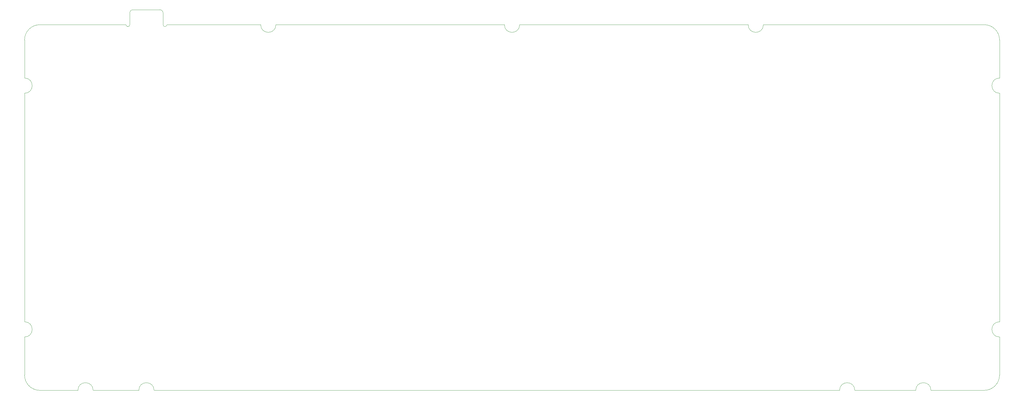
<source format=gm1>
%TF.GenerationSoftware,KiCad,Pcbnew,(6.0.2-0)*%
%TF.CreationDate,2022-04-22T07:40:39+07:00*%
%TF.ProjectId,kb-lone,6b622d6c-6f6e-4652-9e6b-696361645f70,rev?*%
%TF.SameCoordinates,Original*%
%TF.FileFunction,Profile,NP*%
%FSLAX46Y46*%
G04 Gerber Fmt 4.6, Leading zero omitted, Abs format (unit mm)*
G04 Created by KiCad (PCBNEW (6.0.2-0)) date 2022-04-22 07:40:39*
%MOMM*%
%LPD*%
G01*
G04 APERTURE LIST*
%TA.AperFunction,Profile*%
%ADD10C,0.100000*%
%TD*%
G04 APERTURE END LIST*
D10*
X311943750Y-169068750D02*
X330993750Y-169068750D01*
X92868750Y-169068750D02*
X307181250Y-169068750D01*
X126206250Y-54768750D02*
G75*
G03*
X130968750Y-54768750I2381250J0D01*
G01*
X95690000Y-54768842D02*
G75*
G03*
X96880626Y-54768796I595313J0D01*
G01*
X357187500Y-164306250D02*
X357187500Y-152400000D01*
X95692892Y-51087104D02*
X95690000Y-54768842D01*
X57150000Y-169068750D02*
X69056250Y-169068750D01*
X73818750Y-169068750D02*
X88106250Y-169068750D01*
X357187500Y-71437500D02*
G75*
G03*
X357187500Y-76200000I0J-2381250D01*
G01*
X335756250Y-169068750D02*
G75*
G03*
X330993750Y-169068750I-2381250J0D01*
G01*
X52387500Y-59531250D02*
X52387500Y-71437500D01*
X52387500Y-164306250D02*
G75*
G03*
X57150000Y-169068750I4762500J0D01*
G01*
X126206250Y-54768750D02*
X96880626Y-54768796D01*
X352425000Y-54768750D02*
X283368750Y-54768750D01*
X357187500Y-147637500D02*
X357187500Y-76200000D01*
X86287104Y-50087108D02*
X94692896Y-50087108D01*
X85287108Y-51087104D02*
X85287108Y-54768750D01*
X57150000Y-54768750D02*
G75*
G03*
X52387500Y-59531250I0J-4762500D01*
G01*
X202406250Y-54768750D02*
G75*
G03*
X207168750Y-54768750I2381250J0D01*
G01*
X278606250Y-54768750D02*
G75*
G03*
X283368750Y-54768750I2381250J0D01*
G01*
X352425000Y-169068750D02*
G75*
G03*
X357187500Y-164306250I0J4762500D01*
G01*
X95692892Y-51087104D02*
G75*
G03*
X94692896Y-50087108I-999996J0D01*
G01*
X84096482Y-54768796D02*
G75*
G03*
X85287108Y-54768750I595313J0D01*
G01*
X311943750Y-169068750D02*
G75*
G03*
X307181250Y-169068750I-2381250J0D01*
G01*
X84096482Y-54768796D02*
X57150000Y-54768750D01*
X335756250Y-169068750D02*
X352425000Y-169068750D01*
X357187500Y-59531250D02*
G75*
G03*
X352425000Y-54768750I-4762500J0D01*
G01*
X278606250Y-54768750D02*
X207168750Y-54768750D01*
X357187500Y-71437500D02*
X357187500Y-59531250D01*
X357187500Y-147637500D02*
G75*
G03*
X357187500Y-152400000I0J-2381250D01*
G01*
X73818750Y-169068750D02*
G75*
G03*
X69056250Y-169068750I-2381250J0D01*
G01*
X86287104Y-50087108D02*
G75*
G03*
X85287108Y-51087104I0J-999996D01*
G01*
X52387500Y-76200000D02*
X52387500Y-147637500D01*
X52387500Y-152400000D02*
G75*
G03*
X52387500Y-147637500I0J2381250D01*
G01*
X52387500Y-76200000D02*
G75*
G03*
X52387500Y-71437500I0J2381250D01*
G01*
X52387500Y-152400000D02*
X52387500Y-164306250D01*
X92868750Y-169068750D02*
G75*
G03*
X88106250Y-169068750I-2381250J0D01*
G01*
X202406250Y-54768750D02*
X130968750Y-54768750D01*
M02*

</source>
